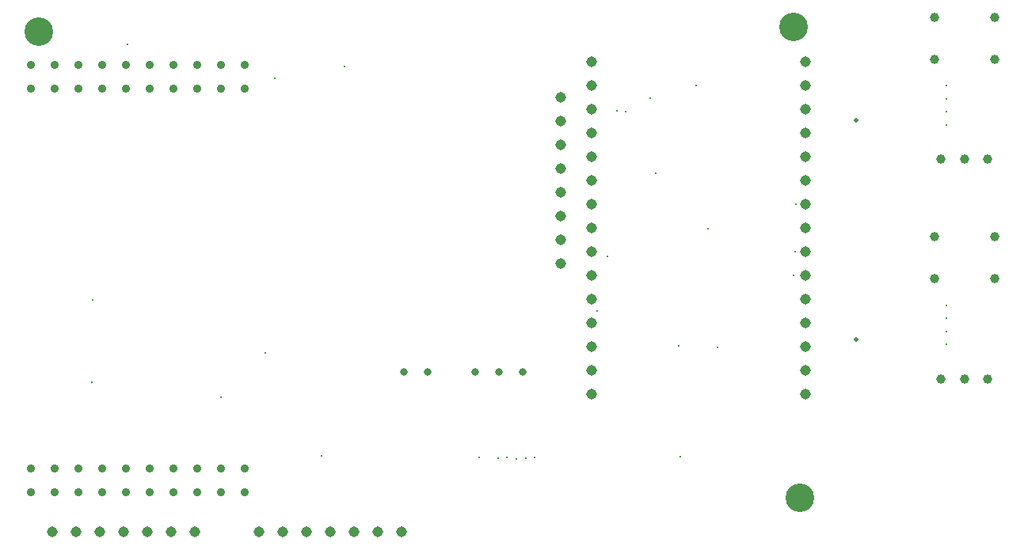
<source format=gbr>
%TF.GenerationSoftware,Altium Limited,Altium Designer,24.2.2 (26)*%
G04 Layer_Color=0*
%FSLAX45Y45*%
%MOMM*%
%TF.SameCoordinates,E03CB206-BB87-4E68-BEA4-A169BFC7E2EA*%
%TF.FilePolarity,Positive*%
%TF.FileFunction,Plated,1,2,PTH,Drill*%
%TF.Part,CustomerPanel*%
G01*
G75*
%TA.AperFunction,ComponentDrill*%
%ADD69C,1.14300*%
%ADD70C,1.00000*%
%ADD71C,0.99000*%
%TA.AperFunction,ViaDrill,NotFilled*%
%ADD72C,0.30480*%
%ADD73C,0.50800*%
%TA.AperFunction,OtherDrill,Pad Free-5 (6.147mm,82.626mm)*%
%ADD74C,3.04800*%
%TA.AperFunction,OtherDrill,Pad Free-4 (86.843mm,83.058mm)*%
%ADD75C,3.04800*%
%TA.AperFunction,OtherDrill,Pad Free-3 (87.554mm,32.69mm)*%
%ADD76C,3.04800*%
%TA.AperFunction,ComponentDrill*%
%ADD77C,0.89000*%
%ADD78C,1.14300*%
%ADD79C,0.81280*%
D69*
X761594Y2910987D02*
D03*
X1015594D02*
D03*
X1269594D02*
D03*
X1523594D02*
D03*
X1777594D02*
D03*
X2031594D02*
D03*
X2285594D02*
D03*
X2971394D02*
D03*
X3225394D02*
D03*
X3479394D02*
D03*
X3733394D02*
D03*
X3987394D02*
D03*
X4241394D02*
D03*
X4495394D02*
D03*
X6525260Y7937500D02*
D03*
Y7683500D02*
D03*
Y7429500D02*
D03*
Y7175500D02*
D03*
Y6921500D02*
D03*
Y6667500D02*
D03*
Y6413500D02*
D03*
Y6159500D02*
D03*
Y5905500D02*
D03*
Y5651500D02*
D03*
Y5397500D02*
D03*
Y5143500D02*
D03*
Y4889500D02*
D03*
Y4635500D02*
D03*
Y4381500D02*
D03*
X8811260D02*
D03*
Y4635500D02*
D03*
Y4889500D02*
D03*
Y5143500D02*
D03*
Y5397500D02*
D03*
Y5651500D02*
D03*
Y5905500D02*
D03*
Y6159500D02*
D03*
Y6413500D02*
D03*
Y6667500D02*
D03*
Y6921500D02*
D03*
Y7175500D02*
D03*
Y7429500D02*
D03*
Y7683500D02*
D03*
Y7937500D02*
D03*
D70*
X10763060Y4544060D02*
D03*
X10513060D02*
D03*
X10263060D02*
D03*
X10763060Y6893560D02*
D03*
X10513060D02*
D03*
X10263060D02*
D03*
D71*
X10838060Y6064460D02*
D03*
Y5614460D02*
D03*
X10188060D02*
D03*
Y6064460D02*
D03*
X10838060Y8413960D02*
D03*
Y7963960D02*
D03*
X10188060D02*
D03*
Y8413960D02*
D03*
D72*
X10322560Y4912360D02*
D03*
Y5052060D02*
D03*
Y5191760D02*
D03*
Y5331460D02*
D03*
X3639820Y3721100D02*
D03*
X3881120Y7889240D02*
D03*
X1567180Y8125460D02*
D03*
X2560320Y4343400D02*
D03*
X1196340Y5384800D02*
D03*
X1183640Y4505960D02*
D03*
X5320792Y3702812D02*
D03*
X5527040Y3695700D02*
D03*
X5623560Y3700780D02*
D03*
X5722620Y3690620D02*
D03*
X5821329Y3692809D02*
D03*
X5920740Y3700780D02*
D03*
X3040380Y4823460D02*
D03*
X6583456Y5270500D02*
D03*
X6692900Y5852160D02*
D03*
X7477760Y3708400D02*
D03*
X8689340Y5651500D02*
D03*
X8704580Y5905500D02*
D03*
X6797040Y7410450D02*
D03*
X6893331Y7403775D02*
D03*
X7211060Y6741160D02*
D03*
X8714740Y6413500D02*
D03*
X7457440Y4896348D02*
D03*
X7767320Y6146800D02*
D03*
X7876540Y4881880D02*
D03*
X3139440Y7759700D02*
D03*
X7640320Y7683500D02*
D03*
X7150100Y7543800D02*
D03*
X10322560Y7261860D02*
D03*
Y7401560D02*
D03*
Y7541260D02*
D03*
Y7680960D02*
D03*
D73*
X9357360Y4963160D02*
D03*
Y7312660D02*
D03*
D74*
X614680Y8262620D02*
D03*
D75*
X8684260Y8305800D02*
D03*
D76*
X8755380Y3268980D02*
D03*
D77*
X528320Y3335020D02*
D03*
X782320D02*
D03*
X1036320D02*
D03*
X1290320D02*
D03*
X1544320D02*
D03*
X1798320D02*
D03*
X2052320D02*
D03*
X2306320D02*
D03*
X2560320D02*
D03*
X2814320D02*
D03*
X528320Y7907020D02*
D03*
Y3589020D02*
D03*
Y7653020D02*
D03*
X782320Y7907020D02*
D03*
Y3589020D02*
D03*
Y7653020D02*
D03*
X1036320Y7907020D02*
D03*
Y3589020D02*
D03*
Y7653020D02*
D03*
X1290320Y7907020D02*
D03*
Y3589020D02*
D03*
Y7653020D02*
D03*
X1544320Y7907020D02*
D03*
Y3589020D02*
D03*
Y7653020D02*
D03*
X1798320Y7907020D02*
D03*
Y3589020D02*
D03*
Y7653020D02*
D03*
X2052320Y7907020D02*
D03*
Y3589020D02*
D03*
Y7653020D02*
D03*
X2306320Y7907020D02*
D03*
Y3589020D02*
D03*
Y7653020D02*
D03*
X2560320Y7907020D02*
D03*
Y3589020D02*
D03*
Y7653020D02*
D03*
X2814320Y7907020D02*
D03*
Y3589020D02*
D03*
Y7653020D02*
D03*
D78*
X6200140Y7556500D02*
D03*
Y7302500D02*
D03*
Y7048500D02*
D03*
Y6794500D02*
D03*
Y6540500D02*
D03*
Y6286500D02*
D03*
Y6032500D02*
D03*
Y5778500D02*
D03*
D79*
X5532120Y4620260D02*
D03*
X5786120D02*
D03*
X5278120D02*
D03*
X4770120D02*
D03*
X4516120D02*
D03*
%TF.MD5,3a9826ffb928ef656816c1965e3a5ae2*%
M02*

</source>
